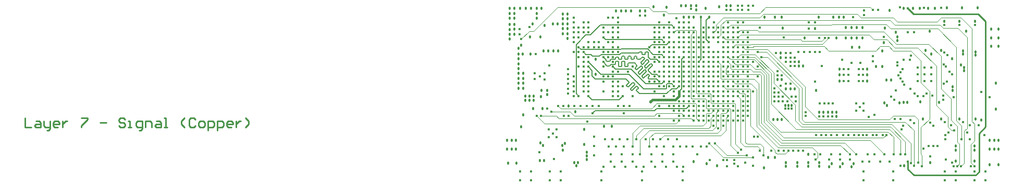
<source format=gbr>
G04 Layer_Physical_Order=7*
G04 Layer_Color=6736896*
%FSLAX24Y24*%
%MOIN*%
%TF.FileFunction,Copper,L7,Inr,Signal*%
%TF.Part,Single*%
G01*
G75*
%TA.AperFunction,Conductor*%
%ADD42C,0.0060*%
%ADD45C,0.0150*%
%ADD51C,0.0100*%
%TA.AperFunction,NonConductor*%
%ADD55C,0.0100*%
%TA.AperFunction,ViaPad*%
%ADD59C,0.0160*%
%ADD60C,0.0180*%
%TA.AperFunction,TestPad*%
%ADD61C,0.0160*%
%TA.AperFunction,ViaPad*%
%ADD62C,0.0170*%
%TA.AperFunction,Conductor*%
%ADD68C,0.0045*%
%ADD69C,0.0040*%
%ADD70C,0.0064*%
D42*
X8819Y8543D02*
X8898Y8622D01*
X7717Y8543D02*
X8819D01*
X7638Y8465D02*
X7717Y8543D01*
X8898Y5945D02*
X10630D01*
X10945Y6260D02*
X11260D01*
X10630Y5945D02*
X10945Y6260D01*
Y6575D02*
X11102Y6417D01*
X10669Y6575D02*
X10945D01*
X10630Y6535D02*
X10669Y6575D01*
X10630Y6299D02*
Y6535D01*
X10591Y6260D02*
X10630Y6299D01*
X9173Y6260D02*
X10591D01*
X11102Y10197D02*
Y10197D01*
X10945Y10354D02*
X11102Y10197D01*
X6378Y10354D02*
X10945D01*
X5748Y9724D02*
X6378Y10354D01*
X5472Y9724D02*
X5748D01*
X4843Y9094D02*
X5472Y9724D01*
X4843Y5945D02*
Y9094D01*
Y5945D02*
X5000Y5787D01*
X10630Y9094D02*
X10787Y9252D01*
X9685Y9094D02*
X10630D01*
X9528Y8937D02*
X9685Y9094D01*
X5630Y5787D02*
X5866Y5551D01*
X7598D01*
X7835Y5787D01*
X9764Y8465D02*
X10315D01*
X9409Y8819D02*
X9764Y8465D01*
X7717Y8819D02*
X9409D01*
X7677Y8780D02*
X7717Y8819D01*
X5157Y8780D02*
X7677D01*
X10315Y9409D02*
X10472Y9252D01*
X6732Y9409D02*
X10315D01*
X6575Y9567D02*
X6732Y9409D01*
X9449Y8307D02*
X9606Y8150D01*
X9449Y8307D02*
Y8583D01*
X9409Y8622D02*
X9449Y8583D01*
X9291Y8622D02*
X9409D01*
X9252Y8583D02*
X9291Y8622D01*
X9252Y8504D02*
Y8583D01*
X9252Y8504D02*
X9252D01*
X9213Y8465D02*
X9252Y8504D01*
X9094Y8465D02*
X9213D01*
X9055Y8504D02*
X9094Y8465D01*
X9055Y8504D02*
Y8583D01*
X9016Y8622D02*
X9055Y8583D01*
X8898Y8622D02*
X9016D01*
X6339Y8346D02*
X6457Y8465D01*
X5906Y8346D02*
X6339D01*
X5787Y8465D02*
X5906Y8346D01*
X5472Y8465D02*
X5787D01*
X10315D02*
X10472Y8307D01*
X10000Y6890D02*
X10157Y6732D01*
X9488Y6890D02*
X10000D01*
X6575Y7992D02*
X6772Y7795D01*
X6417Y7205D02*
X8228D01*
X11260Y6260D02*
X11417Y6417D01*
X5866Y7087D02*
X6063Y6890D01*
X5866Y7087D02*
Y7441D01*
X5630Y7677D02*
X5866Y7441D01*
X10157Y6732D02*
Y6732D01*
X7205Y7677D02*
X7362Y7520D01*
X10315Y6575D02*
X10472Y6732D01*
X5630Y7992D02*
X6417Y7205D01*
X7362Y7520D02*
X8346D01*
X9291Y6575D01*
X10315D01*
X8228Y7205D02*
X9173Y6260D01*
X8740Y7717D02*
Y7756D01*
X8976Y7717D02*
X9016D01*
X9094Y7638D01*
Y7598D02*
Y7638D01*
X8819Y7323D02*
X9094Y7598D01*
X8819Y7283D02*
Y7323D01*
Y7283D02*
X8898Y7205D01*
X8937D01*
X9213Y7480D01*
X9252D01*
X9331Y7402D01*
Y7362D02*
Y7402D01*
X9449Y6929D02*
X9488Y6890D01*
X9055Y7087D02*
X9331Y7362D01*
X9055Y7047D02*
Y7087D01*
Y7047D02*
X9134Y6969D01*
X9173D01*
X9409Y7205D01*
X5000Y8937D02*
X5157Y8780D01*
X5315Y8622D02*
X5472Y8465D01*
X9606Y8150D02*
X10000D01*
X10157Y7992D01*
X7323Y8150D02*
X7362Y8189D01*
Y8268D01*
X7559Y8189D02*
X7598Y8150D01*
X7717D01*
X7756Y8189D01*
Y8307D01*
X7795Y8346D01*
X7913D01*
X7953Y8307D01*
Y8189D02*
Y8307D01*
Y8189D02*
X7992Y8150D01*
X8110D01*
X8150Y8189D01*
Y8307D01*
X8189Y8346D01*
X8307D01*
X8346Y8307D01*
Y8189D02*
Y8307D01*
Y8189D02*
X8386Y8150D01*
X8504D01*
X8543Y8189D01*
Y8307D01*
X8583Y8346D01*
X8701D01*
X8740Y8307D01*
Y8189D02*
Y8307D01*
Y8189D02*
X8780Y8150D01*
X7323Y7835D02*
X7362Y7874D01*
Y7992D01*
X7402Y8031D01*
X7520D01*
X7559Y7992D01*
Y7717D02*
Y7992D01*
X7756Y7717D02*
Y7992D01*
X7795Y8031D01*
X7913D01*
X7953Y7992D01*
Y7717D02*
Y7992D01*
X8976Y7913D02*
Y7953D01*
Y7913D02*
X9055Y7835D01*
X9094D01*
X9370Y8110D01*
X9409D01*
X9488Y8031D01*
Y7992D02*
Y8031D01*
X9213Y7717D02*
X9488Y7992D01*
X9213Y7677D02*
Y7717D01*
Y7677D02*
X9291Y7598D01*
X9331D01*
X9449Y7441D02*
Y7480D01*
X10000Y7205D02*
X10157Y7047D01*
X9606Y7874D02*
Y7874D01*
X9449Y7480D02*
X9724Y7756D01*
X9606Y7874D02*
X9646D01*
X9331Y7598D02*
X9606Y7874D01*
X9646Y7874D02*
X9724Y7795D01*
Y7756D02*
Y7795D01*
X9449Y7441D02*
X9685Y7205D01*
X10000D01*
X8622Y7598D02*
X8740Y7717D01*
X8622Y7559D02*
Y7598D01*
Y7559D02*
X8701Y7480D01*
X8740D01*
X8976Y7717D01*
X8780Y8150D02*
X8937D01*
X9094Y8307D01*
X8976Y7953D02*
X9213Y8189D01*
X8071Y6457D02*
Y6496D01*
Y6457D02*
X8150Y6378D01*
X8189D01*
X8465Y6654D01*
X8504D01*
X8583Y6575D01*
Y6535D02*
Y6575D01*
X8307Y6260D02*
X8583Y6535D01*
X8307Y6220D02*
Y6260D01*
Y6220D02*
X8386Y6142D01*
X8425D01*
X8701Y6417D01*
X8740D01*
X8819Y6339D01*
Y6299D02*
Y6339D01*
X8701Y6181D02*
X8819Y6299D01*
X8701Y6142D02*
Y6181D01*
Y6142D02*
X8701D01*
X8898Y5945D01*
X8071Y6496D02*
X8228Y6654D01*
Y6693D01*
X8031Y6890D02*
X8228Y6693D01*
X8031Y6890D02*
Y6890D01*
X6063D02*
X8031D01*
X7559Y7717D02*
X7598Y7677D01*
X7717D01*
X7756Y7717D01*
X7953D02*
X7992Y7677D01*
X8110D01*
X8150Y7717D01*
X9449Y6929D02*
Y7008D01*
X9528Y7087D01*
X9409Y7205D02*
X9449D01*
X9528Y7126D01*
Y7087D02*
Y7126D01*
X8150Y7717D02*
Y7874D01*
X8189Y7913D01*
X8583D01*
X8740Y7756D01*
X7047Y7835D02*
X7323D01*
X6575Y8307D02*
X6772Y8110D01*
X7008D02*
X7047Y8150D01*
X7323D01*
X6457Y8465D02*
X7638D01*
X7559Y8189D02*
Y8268D01*
X7362D02*
X7402Y8307D01*
X7520D01*
X7559Y8268D01*
X9094Y8307D02*
X9134D01*
X9213Y8228D01*
Y8189D02*
Y8228D01*
X6772Y8071D02*
Y8110D01*
Y8071D02*
X6811Y8031D01*
X6969D01*
X7008Y8071D01*
Y8110D01*
X6772Y7756D02*
Y7795D01*
Y7756D02*
X6811Y7717D01*
X6969D01*
X7008Y7756D01*
Y7795D01*
X7047Y7835D01*
D45*
X11181Y5551D02*
X11417Y5787D01*
Y6102D01*
X9724Y5551D02*
X11181D01*
X9606Y5433D02*
X9724Y5551D01*
D51*
X30551Y11063D02*
X31024Y10591D01*
Y3819D02*
Y10591D01*
X30610Y3406D02*
X31024Y3819D01*
X30394Y709D02*
X30610Y925D01*
Y3406D01*
X26063Y11417D02*
X26417Y11063D01*
X30551D01*
X26457Y709D02*
X30394D01*
X26063Y1102D02*
X26457Y709D01*
X26063Y1102D02*
Y1575D01*
D55*
X-30400Y4400D02*
Y3800D01*
X-30000D01*
X-29700Y4200D02*
X-29500D01*
X-29400Y4100D01*
Y3800D01*
X-29700D01*
X-29800Y3900D01*
X-29700Y4000D01*
X-29400D01*
X-29200Y4200D02*
Y3900D01*
X-29100Y3800D01*
X-28801D01*
Y3700D01*
X-28900Y3600D01*
X-29000D01*
X-28801Y3800D02*
Y4200D01*
X-28301Y3800D02*
X-28501D01*
X-28601Y3900D01*
Y4100D01*
X-28501Y4200D01*
X-28301D01*
X-28201Y4100D01*
Y4000D01*
X-28601D01*
X-28001Y4200D02*
Y3800D01*
Y4000D01*
X-27901Y4100D01*
X-27801Y4200D01*
X-27701D01*
X-26801Y4400D02*
X-26401D01*
Y4300D01*
X-26801Y3900D01*
Y3800D01*
X-25602Y4100D02*
X-25202D01*
X-24002Y4300D02*
X-24102Y4400D01*
X-24302D01*
X-24402Y4300D01*
Y4200D01*
X-24302Y4100D01*
X-24102D01*
X-24002Y4000D01*
Y3900D01*
X-24102Y3800D01*
X-24302D01*
X-24402Y3900D01*
X-23802Y3800D02*
X-23602D01*
X-23702D01*
Y4200D01*
X-23802D01*
X-23102Y3600D02*
X-23002D01*
X-22902Y3700D01*
Y4200D01*
X-23202D01*
X-23302Y4100D01*
Y3900D01*
X-23202Y3800D01*
X-22902D01*
X-22702D02*
Y4200D01*
X-22403D01*
X-22303Y4100D01*
Y3800D01*
X-22003Y4200D02*
X-21803D01*
X-21703Y4100D01*
Y3800D01*
X-22003D01*
X-22103Y3900D01*
X-22003Y4000D01*
X-21703D01*
X-21503Y3800D02*
X-21303D01*
X-21403D01*
Y4400D01*
X-21503D01*
X-20203Y3800D02*
X-20403Y4000D01*
Y4200D01*
X-20203Y4400D01*
X-19504Y4300D02*
X-19603Y4400D01*
X-19803D01*
X-19903Y4300D01*
Y3900D01*
X-19803Y3800D01*
X-19603D01*
X-19504Y3900D01*
X-19204Y3800D02*
X-19004D01*
X-18904Y3900D01*
Y4100D01*
X-19004Y4200D01*
X-19204D01*
X-19304Y4100D01*
Y3900D01*
X-19204Y3800D01*
X-18704Y3600D02*
Y4200D01*
X-18404D01*
X-18304Y4100D01*
Y3900D01*
X-18404Y3800D01*
X-18704D01*
X-18104Y3600D02*
Y4200D01*
X-17804D01*
X-17704Y4100D01*
Y3900D01*
X-17804Y3800D01*
X-18104D01*
X-17204D02*
X-17404D01*
X-17504Y3900D01*
Y4100D01*
X-17404Y4200D01*
X-17204D01*
X-17104Y4100D01*
Y4000D01*
X-17504D01*
X-16904Y4200D02*
Y3800D01*
Y4000D01*
X-16804Y4100D01*
X-16704Y4200D01*
X-16604D01*
X-16305Y3800D02*
X-16105Y4000D01*
Y4200D01*
X-16305Y4400D01*
D59*
X25591Y2047D02*
D03*
X25906D02*
D03*
X25157D02*
D03*
X22913Y3307D02*
D03*
X22638D02*
D03*
X22244D02*
D03*
X21929D02*
D03*
X21535D02*
D03*
X21142D02*
D03*
X20827D02*
D03*
X20512D02*
D03*
X20197D02*
D03*
X21024Y1732D02*
D03*
X17323Y2283D02*
D03*
X17795D02*
D03*
X18110D02*
D03*
X18425D02*
D03*
X18740D02*
D03*
X19055D02*
D03*
X19370D02*
D03*
X20079Y2047D02*
D03*
X20157Y1732D02*
D03*
X20472Y2047D02*
D03*
X21142D02*
D03*
X21732Y1732D02*
D03*
X22362Y2047D02*
D03*
Y1732D02*
D03*
X21732Y2047D02*
D03*
X22756D02*
D03*
X23504D02*
D03*
X23583Y1575D02*
D03*
X23150D02*
D03*
X24291D02*
D03*
X24567Y2047D02*
D03*
X23937D02*
D03*
X24882Y1575D02*
D03*
X16811Y2008D02*
D03*
X16575Y2283D02*
D03*
X15748Y2008D02*
D03*
X16142Y1850D02*
D03*
X13189Y2559D02*
D03*
X13346Y2756D02*
D03*
X12598Y2047D02*
D03*
X12835Y2559D02*
D03*
X11496D02*
D03*
X11693Y1260D02*
D03*
X11890Y2559D02*
D03*
X12283D02*
D03*
X11299Y3031D02*
D03*
X11063Y2047D02*
D03*
Y2559D02*
D03*
X10354Y2047D02*
D03*
X9646D02*
D03*
X8937D02*
D03*
X8701Y3031D02*
D03*
X8465Y2559D02*
D03*
Y2047D02*
D03*
X7756D02*
D03*
X7047D02*
D03*
X10472Y2559D02*
D03*
X10000D02*
D03*
X9528D02*
D03*
X7874D02*
D03*
X7402D02*
D03*
X6929D02*
D03*
X30748Y6063D02*
D03*
X30591Y3937D02*
D03*
X30945Y3307D02*
D03*
X22559Y10866D02*
D03*
X23031Y7913D02*
D03*
X21870Y8110D02*
D03*
X22441Y7913D02*
D03*
X12047Y10512D02*
D03*
X11732D02*
D03*
Y9882D02*
D03*
X11417Y9252D02*
D03*
X23268Y11299D02*
D03*
Y10984D02*
D03*
X12362Y10197D02*
D03*
X11417Y10512D02*
D03*
X23819Y8031D02*
D03*
Y8346D02*
D03*
X24173Y11339D02*
D03*
X26063Y9882D02*
D03*
X26457D02*
D03*
Y4055D02*
D03*
X26220Y4252D02*
D03*
X27677Y3898D02*
D03*
X27480Y4094D02*
D03*
X29606Y4134D02*
D03*
X28819Y3937D02*
D03*
X28425Y4134D02*
D03*
X30039Y3937D02*
D03*
X25591Y4331D02*
D03*
X15197Y2165D02*
D03*
X11417Y4213D02*
D03*
X24528Y9606D02*
D03*
X16220Y3189D02*
D03*
X16457D02*
D03*
X14961Y1457D02*
D03*
X27953Y2598D02*
D03*
X27402D02*
D03*
X27677D02*
D03*
X23819Y3307D02*
D03*
X23425D02*
D03*
X23189D02*
D03*
X24449D02*
D03*
X24055D02*
D03*
X24685D02*
D03*
X9843Y9882D02*
D03*
X11732Y5787D02*
D03*
X19528Y4764D02*
D03*
Y4528D02*
D03*
X11102Y9252D02*
D03*
X26063Y11417D02*
D03*
X19409Y8622D02*
D03*
X19803D02*
D03*
X20118D02*
D03*
X20433D02*
D03*
X19055D02*
D03*
X25669Y3661D02*
D03*
X28661Y3465D02*
D03*
X16457Y8622D02*
D03*
X15512Y8937D02*
D03*
X15827D02*
D03*
X14567Y8307D02*
D03*
X14882Y7992D02*
D03*
X14567D02*
D03*
X14882Y8307D02*
D03*
Y7677D02*
D03*
X15197Y8307D02*
D03*
X15512D02*
D03*
X15827D02*
D03*
X15197Y7677D02*
D03*
X16457D02*
D03*
X16142Y7992D02*
D03*
X16457Y7047D02*
D03*
X14252Y7992D02*
D03*
X15827Y7677D02*
D03*
Y7992D02*
D03*
X15512Y7677D02*
D03*
X13937Y8622D02*
D03*
X14567Y7677D02*
D03*
X15197Y7362D02*
D03*
X13937Y7992D02*
D03*
X14252Y7677D02*
D03*
X15827Y7047D02*
D03*
X14882Y7362D02*
D03*
Y7047D02*
D03*
X27047Y2441D02*
D03*
X15827Y8622D02*
D03*
X14882D02*
D03*
X15197D02*
D03*
X14567D02*
D03*
X15197Y9252D02*
D03*
X15512D02*
D03*
Y8622D02*
D03*
X26457Y1339D02*
D03*
X26732Y1535D02*
D03*
X26969Y1299D02*
D03*
X28465Y3031D02*
D03*
Y3307D02*
D03*
X28504Y1732D02*
D03*
X31299Y5709D02*
D03*
X11732Y9567D02*
D03*
X12047Y8937D02*
D03*
X12677Y9567D02*
D03*
Y9252D02*
D03*
X29843Y3465D02*
D03*
X29488Y3031D02*
D03*
X29016Y3583D02*
D03*
X13937Y9567D02*
D03*
Y10197D02*
D03*
X14252D02*
D03*
X14567Y10512D02*
D03*
X30039Y3031D02*
D03*
X20748Y9528D02*
D03*
X15197Y9882D02*
D03*
Y9567D02*
D03*
X14567Y10197D02*
D03*
X13622Y9882D02*
D03*
Y10197D02*
D03*
X14252Y9567D02*
D03*
X14882Y8937D02*
D03*
X15197D02*
D03*
X15827Y9882D02*
D03*
X18110Y9567D02*
D03*
X14882D02*
D03*
X20394Y9528D02*
D03*
X14567Y9567D02*
D03*
X13937Y9882D02*
D03*
X12047D02*
D03*
X13740Y2756D02*
D03*
X14488Y1693D02*
D03*
Y1299D02*
D03*
X14252Y1693D02*
D03*
X13386D02*
D03*
X15827Y5157D02*
D03*
X15512D02*
D03*
X15827Y6102D02*
D03*
Y6417D02*
D03*
X15512Y6102D02*
D03*
X15197Y6417D02*
D03*
X14567Y5157D02*
D03*
X15512Y4213D02*
D03*
X15197D02*
D03*
X15512Y4843D02*
D03*
Y4528D02*
D03*
X15197D02*
D03*
Y4843D02*
D03*
X14567Y4528D02*
D03*
Y4843D02*
D03*
X14882Y5787D02*
D03*
X14252Y4843D02*
D03*
Y4528D02*
D03*
X13937Y3740D02*
D03*
X13622Y5157D02*
D03*
Y3898D02*
D03*
Y4213D02*
D03*
X12992Y4843D02*
D03*
X12992Y5157D02*
D03*
Y4213D02*
D03*
X13307Y4528D02*
D03*
X12992D02*
D03*
X12362D02*
D03*
X12047D02*
D03*
X12677Y5472D02*
D03*
X11417Y4843D02*
D03*
Y4528D02*
D03*
X12362Y5157D02*
D03*
X8110Y3031D02*
D03*
X7638D02*
D03*
X7165D02*
D03*
X6693D02*
D03*
X14252Y5472D02*
D03*
X13937Y5787D02*
D03*
Y4843D02*
D03*
X13622D02*
D03*
Y5472D02*
D03*
X16575Y10197D02*
D03*
X25276Y6142D02*
D03*
X14567Y8937D02*
D03*
X19724Y10118D02*
D03*
X20118Y10512D02*
D03*
X19724D02*
D03*
X14252Y6102D02*
D03*
X13622Y4528D02*
D03*
Y5787D02*
D03*
X13307D02*
D03*
X12677D02*
D03*
X11417Y5472D02*
D03*
X11102Y5157D02*
D03*
X9173Y1260D02*
D03*
X9882D02*
D03*
X9646Y1575D02*
D03*
X10354D02*
D03*
X10591Y1260D02*
D03*
X11063Y1575D02*
D03*
X11299Y1260D02*
D03*
X8701D02*
D03*
X8465Y1575D02*
D03*
X7992Y1260D02*
D03*
X7756Y1575D02*
D03*
X7047D02*
D03*
X7283Y1260D02*
D03*
X6575D02*
D03*
X10787Y5157D02*
D03*
X10157Y4528D02*
D03*
X11102Y4213D02*
D03*
X11417Y5157D02*
D03*
X13307Y6417D02*
D03*
X15197Y10512D02*
D03*
X13307Y10197D02*
D03*
X10157Y5157D02*
D03*
X4331Y7520D02*
D03*
Y7205D02*
D03*
Y6890D02*
D03*
Y6575D02*
D03*
Y6260D02*
D03*
Y5945D02*
D03*
X11102Y10197D02*
D03*
X6575Y9567D02*
D03*
X5315Y6732D02*
D03*
X10787Y7362D02*
D03*
Y7047D02*
D03*
X10472D02*
D03*
X10157Y6417D02*
D03*
X10787Y7677D02*
D03*
X11102Y6732D02*
D03*
X8465Y7677D02*
D03*
X5315Y6102D02*
D03*
X10787Y7992D02*
D03*
X10157Y7362D02*
D03*
X9843Y7047D02*
D03*
X5315Y6417D02*
D03*
X11102Y7362D02*
D03*
X5315Y7047D02*
D03*
X11417Y6417D02*
D03*
X8465Y5787D02*
D03*
X10472D02*
D03*
X11102D02*
D03*
X9843Y6732D02*
D03*
X10157D02*
D03*
X13307Y5472D02*
D03*
X15512Y6732D02*
D03*
X12047Y8307D02*
D03*
X12362Y8937D02*
D03*
X11732D02*
D03*
X15669Y1535D02*
D03*
X16142Y1339D02*
D03*
X15197Y1299D02*
D03*
X12992Y8937D02*
D03*
X12677Y6417D02*
D03*
X12362D02*
D03*
X12677Y6102D02*
D03*
X12047Y6417D02*
D03*
X12362Y7677D02*
D03*
X12677Y7362D02*
D03*
X11732Y6417D02*
D03*
X5000Y9882D02*
D03*
Y9567D02*
D03*
X7205Y9252D02*
D03*
X7520Y8937D02*
D03*
Y8622D02*
D03*
X10472Y6732D02*
D03*
X11102Y7047D02*
D03*
X10157D02*
D03*
X10787Y9252D02*
D03*
X7835Y5787D02*
D03*
X11102Y6417D02*
D03*
X5315Y7362D02*
D03*
X5000Y7677D02*
D03*
X9528Y6732D02*
D03*
X11102Y6102D02*
D03*
X10787Y6732D02*
D03*
X8150Y7362D02*
D03*
X10787Y8307D02*
D03*
Y8937D02*
D03*
X11417Y8307D02*
D03*
Y7992D02*
D03*
Y7677D02*
D03*
X7205Y8937D02*
D03*
X10787Y8622D02*
D03*
X5315Y8937D02*
D03*
X5630D02*
D03*
X10157Y8307D02*
D03*
X10472D02*
D03*
Y7992D02*
D03*
X10157D02*
D03*
X5000Y8937D02*
D03*
X5630Y8307D02*
D03*
X9843Y7992D02*
D03*
Y8307D02*
D03*
X6575Y8622D02*
D03*
X5630Y9252D02*
D03*
X10157D02*
D03*
X5315Y8622D02*
D03*
X6890Y9252D02*
D03*
X9843Y8937D02*
D03*
X9528D02*
D03*
X6575D02*
D03*
X10157Y8937D02*
D03*
X10472Y8937D02*
D03*
X11102D02*
D03*
X6890Y8307D02*
D03*
X5630Y9882D02*
D03*
X9843Y10197D02*
D03*
X10157Y9882D02*
D03*
Y9567D02*
D03*
X10472Y9252D02*
D03*
X6890Y10827D02*
D03*
X10787Y10197D02*
D03*
X5630Y10512D02*
D03*
X10157D02*
D03*
X6575Y10197D02*
D03*
Y9882D02*
D03*
X6890D02*
D03*
X5630Y10197D02*
D03*
X9843Y9567D02*
D03*
X5315Y10512D02*
D03*
X10787D02*
D03*
X5315Y9882D02*
D03*
X9843Y9252D02*
D03*
X7205Y10197D02*
D03*
X7835Y6417D02*
D03*
X9843Y7362D02*
D03*
X4055Y4528D02*
D03*
X4370D02*
D03*
X2992Y5000D02*
D03*
X5551Y4173D02*
D03*
X12362Y5472D02*
D03*
X11732Y5157D02*
D03*
Y4843D02*
D03*
X12677Y5157D02*
D03*
X2598Y4528D02*
D03*
X2323D02*
D03*
X12362Y4213D02*
D03*
X12677D02*
D03*
X11732Y4528D02*
D03*
X11102Y4843D02*
D03*
X7874Y4685D02*
D03*
X12047Y5157D02*
D03*
X5906Y4685D02*
D03*
X3701Y5157D02*
D03*
X11732Y9252D02*
D03*
X11260Y10787D02*
D03*
X1339Y9449D02*
D03*
X15197Y10197D02*
D03*
X15512Y9882D02*
D03*
X12992Y9567D02*
D03*
X25709Y7520D02*
D03*
X25591Y7323D02*
D03*
X25709Y6732D02*
D03*
X25827Y6535D02*
D03*
X25591Y6929D02*
D03*
X26220Y6260D02*
D03*
X14252Y9252D02*
D03*
Y8937D02*
D03*
X27244Y5945D02*
D03*
X27047Y5787D02*
D03*
X26693D02*
D03*
X26496Y5945D02*
D03*
X13937Y9252D02*
D03*
X12362Y9882D02*
D03*
X11102D02*
D03*
X12992Y9252D02*
D03*
X14882Y10197D02*
D03*
X15512Y10512D02*
D03*
X25472Y7126D02*
D03*
X14882Y9882D02*
D03*
X9291Y3031D02*
D03*
X9764D02*
D03*
X10236D02*
D03*
X10709D02*
D03*
X13307Y4213D02*
D03*
X14252D02*
D03*
X28346Y6575D02*
D03*
X28543Y6732D02*
D03*
X28346Y7835D02*
D03*
X14252Y5787D02*
D03*
X14567Y5472D02*
D03*
X14882D02*
D03*
X13937Y4213D02*
D03*
Y4528D02*
D03*
X14252Y5157D02*
D03*
X14567Y4213D02*
D03*
X14882D02*
D03*
X14252Y3898D02*
D03*
X26260Y8386D02*
D03*
X26181Y8110D02*
D03*
X25787D02*
D03*
X27638Y5827D02*
D03*
X28307Y5551D02*
D03*
Y5827D02*
D03*
X28976Y5709D02*
D03*
X11417Y10197D02*
D03*
X12992Y9882D02*
D03*
X13307Y9567D02*
D03*
X30354Y10344D02*
D03*
X29370D02*
D03*
X28386D02*
D03*
Y8583D02*
D03*
X28583Y8425D02*
D03*
X28502Y7679D02*
D03*
X28740Y7362D02*
D03*
X28896Y7207D02*
D03*
X12992Y10197D02*
D03*
X30315Y1299D02*
D03*
X30079D02*
D03*
X12677Y8937D02*
D03*
X28898Y1535D02*
D03*
X29449Y1299D02*
D03*
X29213D02*
D03*
X28976D02*
D03*
X25591Y1339D02*
D03*
X26063Y1575D02*
D03*
X15827Y5472D02*
D03*
X15197Y5787D02*
D03*
Y6102D02*
D03*
X14567Y5787D02*
D03*
X15512Y6417D02*
D03*
X14252D02*
D03*
X14567D02*
D03*
X14882D02*
D03*
X15827Y5787D02*
D03*
X16142Y6102D02*
D03*
X14567Y6732D02*
D03*
X14882D02*
D03*
X14252D02*
D03*
Y7047D02*
D03*
X15197Y6732D02*
D03*
Y7047D02*
D03*
X15827Y6732D02*
D03*
X13937Y7047D02*
D03*
X14252Y7362D02*
D03*
Y8622D02*
D03*
X26260Y1496D02*
D03*
X25748Y3898D02*
D03*
X16693Y8307D02*
D03*
X25236Y4331D02*
D03*
X20984Y9528D02*
D03*
X20118Y6732D02*
D03*
X23937Y4606D02*
D03*
X13307Y6732D02*
D03*
X11417D02*
D03*
Y7362D02*
D03*
Y7047D02*
D03*
X13622Y9567D02*
D03*
X12992Y7992D02*
D03*
X12677Y7677D02*
D03*
X13622Y7992D02*
D03*
X12992Y7677D02*
D03*
X13307Y7992D02*
D03*
Y7677D02*
D03*
Y7362D02*
D03*
X12992Y7047D02*
D03*
X12047D02*
D03*
X12362D02*
D03*
X12677D02*
D03*
X12992Y7362D02*
D03*
X12362Y7992D02*
D03*
X13661Y10512D02*
D03*
X15394Y2362D02*
D03*
X27480Y1929D02*
D03*
X11417Y8937D02*
D03*
X14961Y1693D02*
D03*
X3268Y4803D02*
D03*
X20551Y7717D02*
D03*
D60*
X21024Y1260D02*
D03*
X17992Y10866D02*
D03*
X23150Y10197D02*
D03*
X22795D02*
D03*
X22441D02*
D03*
X22087D02*
D03*
X23150Y9528D02*
D03*
X22795D02*
D03*
X22441D02*
D03*
X22087D02*
D03*
X22953Y8937D02*
D03*
X22480D02*
D03*
X21299Y10866D02*
D03*
X21654D02*
D03*
X21969D02*
D03*
X24409Y8701D02*
D03*
Y7677D02*
D03*
X24016D02*
D03*
X20354Y10866D02*
D03*
X29803Y9961D02*
D03*
X27441D02*
D03*
X27205Y8740D02*
D03*
X30394Y4331D02*
D03*
X29370D02*
D03*
X28189D02*
D03*
X27008D02*
D03*
X30748Y4252D02*
D03*
X26870Y5413D02*
D03*
X28071Y5394D02*
D03*
X25787D02*
D03*
X26024D02*
D03*
X19685Y1535D02*
D03*
X20394Y1299D02*
D03*
X19685D02*
D03*
X18976D02*
D03*
X18268D02*
D03*
X16850Y1181D02*
D03*
X11563Y11575D02*
D03*
X24882Y11299D02*
D03*
X14449Y11575D02*
D03*
X14724D02*
D03*
X11850D02*
D03*
X12520D02*
D03*
Y11339D02*
D03*
X29370Y10600D02*
D03*
X29587Y8701D02*
D03*
X29646Y7441D02*
D03*
X30394Y8628D02*
D03*
X17717Y4291D02*
D03*
X17441D02*
D03*
X2598Y5748D02*
D03*
X2126Y5512D02*
D03*
Y5787D02*
D03*
X1575D02*
D03*
Y5512D02*
D03*
X1850D02*
D03*
X31378Y9528D02*
D03*
Y8976D02*
D03*
Y10079D02*
D03*
X31850Y9528D02*
D03*
Y8976D02*
D03*
Y10079D02*
D03*
Y2953D02*
D03*
Y1378D02*
D03*
Y2402D02*
D03*
X31575D02*
D03*
X31299Y2953D02*
D03*
X31575D02*
D03*
X31299Y1378D02*
D03*
Y2402D02*
D03*
X433D02*
D03*
Y2953D02*
D03*
X474Y1500D02*
D03*
X984Y2953D02*
D03*
X709Y2402D02*
D03*
X984D02*
D03*
X709Y2953D02*
D03*
X1026Y1500D02*
D03*
X20197Y6142D02*
D03*
X18819Y6260D02*
D03*
X18543D02*
D03*
X18268D02*
D03*
X17717Y6850D02*
D03*
X17992D02*
D03*
X17913Y8268D02*
D03*
Y8543D02*
D03*
X18622Y5197D02*
D03*
X18425D02*
D03*
X18228D02*
D03*
X23465Y7165D02*
D03*
Y6772D02*
D03*
Y7520D02*
D03*
X21693D02*
D03*
Y7165D02*
D03*
Y6772D02*
D03*
X24606Y10157D02*
D03*
X16890Y10866D02*
D03*
X1457Y7244D02*
D03*
Y6929D02*
D03*
Y6614D02*
D03*
Y6299D02*
D03*
X1142D02*
D03*
Y6614D02*
D03*
Y6929D02*
D03*
Y7244D02*
D03*
Y7559D02*
D03*
Y7874D02*
D03*
Y8189D02*
D03*
Y8504D02*
D03*
X3386Y8701D02*
D03*
X3071D02*
D03*
X1417Y8504D02*
D03*
X591Y10787D02*
D03*
Y11102D02*
D03*
Y11417D02*
D03*
Y9449D02*
D03*
Y9764D02*
D03*
Y10065D02*
D03*
Y10394D02*
D03*
X2047Y10433D02*
D03*
X1260Y11417D02*
D03*
X1614D02*
D03*
X1969D02*
D03*
X2638D02*
D03*
X2323D02*
D03*
Y11102D02*
D03*
Y10787D02*
D03*
X906Y11417D02*
D03*
Y11102D02*
D03*
Y10787D02*
D03*
X4291Y9488D02*
D03*
X3976Y11063D02*
D03*
X9252Y11260D02*
D03*
X21496Y4488D02*
D03*
Y4764D02*
D03*
X21220D02*
D03*
X20394Y1535D02*
D03*
X18976D02*
D03*
X18268D02*
D03*
X19685Y2047D02*
D03*
X17559Y1850D02*
D03*
X17126D02*
D03*
X25827Y1339D02*
D03*
X27480Y1535D02*
D03*
X25512Y5354D02*
D03*
X25787Y11417D02*
D03*
X26378D02*
D03*
X27362D02*
D03*
X30354Y10600D02*
D03*
X19449Y9528D02*
D03*
X25394Y9606D02*
D03*
Y9370D02*
D03*
X29449Y7795D02*
D03*
X13110Y11417D02*
D03*
X13858Y1339D02*
D03*
X13189Y1457D02*
D03*
X12362Y1575D02*
D03*
X20118Y10118D02*
D03*
X6614Y3858D02*
D03*
X7126D02*
D03*
X5354Y2677D02*
D03*
X1339Y3819D02*
D03*
X2520Y1654D02*
D03*
X2795D02*
D03*
X1929Y8504D02*
D03*
X1850Y5787D02*
D03*
X2638Y6142D02*
D03*
X9606Y5433D02*
D03*
X6102Y7205D02*
D03*
X4843Y1339D02*
D03*
X4961Y1535D02*
D03*
X4724D02*
D03*
X5512Y1732D02*
D03*
Y1969D02*
D03*
Y2205D02*
D03*
X2717Y2638D02*
D03*
X2559Y2795D02*
D03*
X4118Y2772D02*
D03*
X3971Y2632D02*
D03*
X3976Y2323D02*
D03*
X2992Y6142D02*
D03*
Y5906D02*
D03*
X6102Y8150D02*
D03*
X5354Y3661D02*
D03*
X4803Y4803D02*
D03*
X2677Y5000D02*
D03*
X2087D02*
D03*
X1457Y4606D02*
D03*
X4370Y5157D02*
D03*
X9803Y11535D02*
D03*
X10630Y11496D02*
D03*
X2756Y8701D02*
D03*
X1339Y9055D02*
D03*
X2559Y9606D02*
D03*
X906Y10394D02*
D03*
Y10079D02*
D03*
Y9764D02*
D03*
X1890Y9606D02*
D03*
X1142Y8858D02*
D03*
X3346Y10433D02*
D03*
X3661D02*
D03*
X3976D02*
D03*
Y10748D02*
D03*
Y10118D02*
D03*
X2835Y10315D02*
D03*
X12047Y10866D02*
D03*
X12362D02*
D03*
X11732D02*
D03*
X12835D02*
D03*
X13982Y11530D02*
D03*
X27559Y8504D02*
D03*
X28189Y8740D02*
D03*
X28898Y8189D02*
D03*
X29587Y8504D02*
D03*
X29646Y7638D02*
D03*
X28937Y6378D02*
D03*
Y6142D02*
D03*
X30394Y8425D02*
D03*
X24528Y9213D02*
D03*
X25276Y9882D02*
D03*
X28543Y11457D02*
D03*
X29528D02*
D03*
X30512D02*
D03*
X28386Y10600D02*
D03*
X27795Y11417D02*
D03*
X17559Y10866D02*
D03*
X26811Y11417D02*
D03*
X30325Y1614D02*
D03*
X30315Y2323D02*
D03*
X29134Y2598D02*
D03*
X30315D02*
D03*
X29134Y2323D02*
D03*
X29124Y1614D02*
D03*
X22441Y1260D02*
D03*
X21732D02*
D03*
X21890Y1457D02*
D03*
X22598D02*
D03*
X21181D02*
D03*
X21496Y9528D02*
D03*
X24567Y5354D02*
D03*
X20945Y4764D02*
D03*
X20669D02*
D03*
X20394D02*
D03*
X8346Y11260D02*
D03*
X8031D02*
D03*
X7717D02*
D03*
X7402D02*
D03*
X3976Y9803D02*
D03*
X4291D02*
D03*
Y10118D02*
D03*
Y10433D02*
D03*
Y10748D02*
D03*
Y11063D02*
D03*
X8937Y11260D02*
D03*
X13346Y10866D02*
D03*
X18071Y10157D02*
D03*
X25000Y6811D02*
D03*
X24685D02*
D03*
X24724Y5197D02*
D03*
X3701Y8701D02*
D03*
X10472Y10984D02*
D03*
X19094Y7992D02*
D03*
Y7717D02*
D03*
X19370D02*
D03*
X17992Y4291D02*
D03*
X12205Y11575D02*
D03*
X31693Y4961D02*
D03*
Y6614D02*
D03*
D61*
X23819Y11339D02*
D03*
X23543Y4449D02*
D03*
D62*
X31024Y394D02*
D03*
X30315D02*
D03*
X29134D02*
D03*
X28425D02*
D03*
X25118D02*
D03*
X23228D02*
D03*
X1260D02*
D03*
X1969D02*
D03*
X3150D02*
D03*
X3858D02*
D03*
X6457D02*
D03*
X9055D02*
D03*
X11654D02*
D03*
X16142Y11575D02*
D03*
X15197D02*
D03*
X15472D02*
D03*
Y11339D02*
D03*
X15197D02*
D03*
X14724D02*
D03*
X14449D02*
D03*
X15866Y11575D02*
D03*
Y11339D02*
D03*
X9843Y6102D02*
D03*
X25197Y5551D02*
D03*
X25000Y5748D02*
D03*
X28189Y11457D02*
D03*
X27087D02*
D03*
X25551Y11496D02*
D03*
X5906Y5157D02*
D03*
X5512D02*
D03*
X5118D02*
D03*
X4724D02*
D03*
X8268D02*
D03*
X7874D02*
D03*
X7520D02*
D03*
X26693Y7638D02*
D03*
Y7205D02*
D03*
Y6772D02*
D03*
X27126D02*
D03*
Y7638D02*
D03*
X27559D02*
D03*
Y7205D02*
D03*
Y6772D02*
D03*
X27126Y7205D02*
D03*
X22992Y5079D02*
D03*
X22756Y5315D02*
D03*
Y4843D02*
D03*
X23228D02*
D03*
Y5315D02*
D03*
X2205Y6890D02*
D03*
Y7244D02*
D03*
X2835Y6850D02*
D03*
Y7244D02*
D03*
X2520Y7047D02*
D03*
X5984Y2008D02*
D03*
Y2598D02*
D03*
Y3189D02*
D03*
Y9252D02*
D03*
X6299D02*
D03*
X21220Y4488D02*
D03*
X20945D02*
D03*
X20669D02*
D03*
X20394D02*
D03*
X11732Y6102D02*
D03*
X11417D02*
D03*
X11102Y8628D02*
D03*
X18543Y6575D02*
D03*
X17717Y7402D02*
D03*
X17992Y7126D02*
D03*
X17717D02*
D03*
X18268Y6575D02*
D03*
X17638Y8543D02*
D03*
X17913Y6457D02*
D03*
X18622Y5000D02*
D03*
X18425D02*
D03*
X18228D02*
D03*
X18898Y5472D02*
D03*
Y5748D02*
D03*
X18622D02*
D03*
X18346Y5472D02*
D03*
X18071Y5748D02*
D03*
Y5472D02*
D03*
X17795D02*
D03*
Y5748D02*
D03*
Y6024D02*
D03*
X17520Y5472D02*
D03*
Y5748D02*
D03*
Y6024D02*
D03*
Y6299D02*
D03*
X23189Y6772D02*
D03*
X22913D02*
D03*
Y7520D02*
D03*
X23189D02*
D03*
Y7165D02*
D03*
X22913D02*
D03*
X22244Y7520D02*
D03*
X21969D02*
D03*
Y6772D02*
D03*
X22244Y7165D02*
D03*
X21969D02*
D03*
X22244Y6772D02*
D03*
X2480Y2205D02*
D03*
X1220Y9764D02*
D03*
Y10079D02*
D03*
X1850Y10236D02*
D03*
X8937Y10945D02*
D03*
X9252D02*
D03*
X12205Y11378D02*
D03*
X21260Y5315D02*
D03*
X20433D02*
D03*
X20709D02*
D03*
X20984D02*
D03*
X15512Y7362D02*
D03*
X23228Y945D02*
D03*
X25118D02*
D03*
X14567Y6102D02*
D03*
X14882D02*
D03*
X12992D02*
D03*
X11654Y945D02*
D03*
X9055D02*
D03*
X6457D02*
D03*
X3150D02*
D03*
X1969D02*
D03*
X1260D02*
D03*
X3110Y7756D02*
D03*
X5984Y8937D02*
D03*
X5000Y5787D02*
D03*
X6299Y8937D02*
D03*
X5630Y6417D02*
D03*
X6575Y7677D02*
D03*
X5630Y6732D02*
D03*
X6575D02*
D03*
Y7047D02*
D03*
X6890Y7047D02*
D03*
X5630Y7677D02*
D03*
X7205Y5787D02*
D03*
Y6102D02*
D03*
X5315Y7677D02*
D03*
Y7992D02*
D03*
X7520Y7362D02*
D03*
X7205D02*
D03*
X10472Y7677D02*
D03*
Y7362D02*
D03*
X6575Y7992D02*
D03*
Y8307D02*
D03*
X10472Y6417D02*
D03*
X11417Y9567D02*
D03*
Y9882D02*
D03*
X12047Y7362D02*
D03*
X11732D02*
D03*
X12992Y5787D02*
D03*
Y5472D02*
D03*
X12362Y5787D02*
D03*
X14567Y7047D02*
D03*
X12992Y6417D02*
D03*
X13307Y7047D02*
D03*
X13937Y6102D02*
D03*
Y6732D02*
D03*
X13622Y6417D02*
D03*
X13937Y7362D02*
D03*
X13622Y7677D02*
D03*
X10472Y9567D02*
D03*
Y10197D02*
D03*
X12677Y4528D02*
D03*
X13307Y5157D02*
D03*
X13937D02*
D03*
X14882Y4843D02*
D03*
X15512Y5787D02*
D03*
X15827Y7362D02*
D03*
X15197Y7992D02*
D03*
X15827Y4528D02*
D03*
Y9567D02*
D03*
X14567Y9252D02*
D03*
Y9882D02*
D03*
X14252Y8307D02*
D03*
X13622D02*
D03*
X13307Y8622D02*
D03*
X12047Y7677D02*
D03*
X12362Y8307D02*
D03*
Y8622D02*
D03*
X12992Y8307D02*
D03*
X11732D02*
D03*
Y7047D02*
D03*
X12047Y9252D02*
D03*
Y9567D02*
D03*
X11732Y10197D02*
D03*
X10787Y6417D02*
D03*
X12362Y4843D02*
D03*
X14567Y7362D02*
D03*
X12992Y6732D02*
D03*
X13937Y6417D02*
D03*
X13622Y6102D02*
D03*
Y6732D02*
D03*
Y7047D02*
D03*
Y7362D02*
D03*
X13937Y7677D02*
D03*
X3425Y1772D02*
D03*
X3858Y945D02*
D03*
X3350Y3400D02*
D03*
X10472Y8622D02*
D03*
X10787Y9567D02*
D03*
X10157Y10197D02*
D03*
X12677Y4843D02*
D03*
X13307D02*
D03*
X13937Y5472D02*
D03*
X14882Y5157D02*
D03*
X15512Y7992D02*
D03*
X15827Y4843D02*
D03*
Y9252D02*
D03*
X14882D02*
D03*
X14252Y9882D02*
D03*
X13937Y8307D02*
D03*
X13622Y8622D02*
D03*
X13307Y8937D02*
D03*
X12047Y8622D02*
D03*
X12992D02*
D03*
X12677Y8307D02*
D03*
X11732Y8622D02*
D03*
X12362Y9567D02*
D03*
Y9252D02*
D03*
X12047Y10197D02*
D03*
Y5472D02*
D03*
X12677Y6732D02*
D03*
X12362D02*
D03*
X12047D02*
D03*
Y4843D02*
D03*
X11732Y5472D02*
D03*
X12362Y7362D02*
D03*
X11732Y6732D02*
D03*
X11102Y7992D02*
D03*
X11732Y7992D02*
D03*
X12047D02*
D03*
X12362Y6102D02*
D03*
X12047D02*
D03*
Y5787D02*
D03*
X11102Y7677D02*
D03*
X11732Y7677D02*
D03*
X5000Y8307D02*
D03*
X5315D02*
D03*
X4685Y10827D02*
D03*
Y10512D02*
D03*
Y10197D02*
D03*
Y9882D02*
D03*
X5315Y10197D02*
D03*
X5000D02*
D03*
X4685Y9567D02*
D03*
Y9252D02*
D03*
Y8622D02*
D03*
X5000D02*
D03*
X4685Y7047D02*
D03*
Y6732D02*
D03*
Y6417D02*
D03*
Y6102D02*
D03*
Y5787D02*
D03*
X7205Y10827D02*
D03*
X7520D02*
D03*
Y10512D02*
D03*
Y10197D02*
D03*
Y9882D02*
D03*
Y9567D02*
D03*
X7205Y9882D02*
D03*
Y9567D02*
D03*
X6890Y8622D02*
D03*
X7205D02*
D03*
Y8307D02*
D03*
Y7992D02*
D03*
X7520Y6732D02*
D03*
Y6417D02*
D03*
Y6102D02*
D03*
Y5787D02*
D03*
X7205Y7677D02*
D03*
X5630Y7362D02*
D03*
Y5787D02*
D03*
Y7992D02*
D03*
X7205Y6732D02*
D03*
Y6417D02*
D03*
X5630Y6102D02*
D03*
X6575D02*
D03*
X5630Y7047D02*
D03*
X11102Y8307D02*
D03*
X10157Y8622D02*
D03*
X10787Y9882D02*
D03*
X7205Y7047D02*
D03*
X4016Y5157D02*
D03*
X6299D02*
D03*
X2244Y8504D02*
D03*
X12677Y7992D02*
D03*
X13307Y8307D02*
D03*
Y9252D02*
D03*
X25394Y7953D02*
D03*
Y7756D02*
D03*
X31024Y945D02*
D03*
X30315D02*
D03*
X29134D02*
D03*
X28425D02*
D03*
X15512Y5472D02*
D03*
X13307Y6102D02*
D03*
X18268Y8543D02*
D03*
X18543D02*
D03*
X18268Y8268D02*
D03*
X18543D02*
D03*
X18819D02*
D03*
Y7992D02*
D03*
X18543D02*
D03*
X18268D02*
D03*
X18543Y7717D02*
D03*
X18819D02*
D03*
X3600Y3150D02*
D03*
Y3650D02*
D03*
X3100D02*
D03*
Y3150D02*
D03*
X3600Y3150D02*
D03*
Y3650D02*
D03*
X3100D02*
D03*
Y3150D02*
D03*
D68*
X25906Y2047D02*
Y2874D01*
X24961Y3819D02*
X25906Y2874D01*
X19252Y3819D02*
X24961D01*
X25157Y2047D02*
Y3150D01*
X24803Y3504D02*
X25157Y3150D01*
X17913Y3504D02*
X24803D01*
X25591Y2047D02*
Y2953D01*
X24882Y3661D02*
X25591Y2953D01*
X18937Y3661D02*
X24882D01*
X26260Y1496D02*
Y2756D01*
X25039Y3976D02*
X26260Y2756D01*
X19331Y3976D02*
X25039D01*
X26457Y1339D02*
Y3583D01*
X25906Y4134D02*
X26457Y3583D01*
X26732Y1535D02*
Y4291D01*
X26496Y4528D02*
X26732Y4291D01*
X25118Y4528D02*
X26496D01*
X24882Y4291D02*
X25118Y4528D01*
X20315Y4291D02*
X24882D01*
X18858Y4213D02*
X19252Y3819D01*
X17323Y5276D02*
X18937Y3661D01*
X17165Y4252D02*
X17913Y3504D01*
X23661Y2953D02*
X24567Y2047D01*
X18032Y2953D02*
X23661D01*
X22008Y2795D02*
X22756Y2047D01*
X17953Y2795D02*
X22008D01*
X21772Y2638D02*
X22362Y2047D01*
X17874Y2638D02*
X21772D01*
X20276Y1850D02*
Y2165D01*
X19961Y2480D02*
X20276Y2165D01*
X17756Y2480D02*
X19961D01*
X16693Y4055D02*
X17953Y2795D01*
X16535Y3976D02*
X17874Y2638D01*
X24488Y3110D02*
X24685Y3307D01*
X18110Y3110D02*
X24488D01*
X17008Y4213D02*
X18110Y3110D01*
X16378Y3858D02*
X17756Y2480D01*
X15984Y3898D02*
X17559Y2323D01*
Y2205D02*
Y2323D01*
Y2205D02*
X17677Y2087D01*
X18228D01*
X18425Y2283D01*
X20157Y1732D02*
X20276Y1850D01*
X16614Y2717D02*
X16811Y2520D01*
Y2008D02*
Y2520D01*
X16575Y2283D02*
Y2441D01*
X16457Y2559D02*
X16575Y2441D01*
X14488Y2008D02*
X15748D01*
X16142Y1850D02*
Y1890D01*
X13346Y2756D02*
X14252Y1850D01*
X8937Y2047D02*
Y2992D01*
X8701Y3031D02*
Y3268D01*
X9173Y3740D01*
X8465Y2559D02*
Y3425D01*
X8937Y3898D01*
X9528Y2559D02*
Y3110D01*
X23583Y9724D02*
X23898Y9409D01*
X25118Y8701D02*
X26260D01*
X20984D02*
X24016D01*
X24291Y8976D01*
X24843D01*
X25118Y8701D01*
X25236Y8898D02*
X26693D01*
X24724Y9409D02*
X25236Y8898D01*
X23898Y9409D02*
X24724D01*
X25315Y9134D02*
X27402D01*
X23661Y11496D02*
X23819Y11339D01*
X16968Y11496D02*
X23661D01*
X29843Y3740D02*
Y9567D01*
X29252Y10157D02*
X29843Y9567D01*
X28307Y10157D02*
X29252D01*
X28189Y6260D02*
X28819Y5630D01*
Y4252D02*
Y5630D01*
Y4252D02*
X29213Y3858D01*
X29173Y4213D02*
X29488Y3898D01*
X29173Y4213D02*
Y8937D01*
X29488Y3031D02*
Y3898D01*
X28622Y3819D02*
X28858Y3583D01*
X28622Y3819D02*
Y4449D01*
X29646Y1496D02*
Y3543D01*
X29843Y3740D01*
X29449Y1299D02*
X29646Y1496D01*
X10709Y11102D02*
X16575D01*
X10591Y11220D02*
X10709Y11102D01*
X9764Y11220D02*
X10591D01*
X9488Y11496D02*
X9764Y11220D01*
X16575Y11102D02*
X16968Y11496D01*
X20709Y8976D02*
X20984Y8701D01*
X16181Y8976D02*
X20709D01*
X16142Y8937D02*
X16181Y8976D01*
X15827Y8937D02*
X16142D01*
X20591Y9134D02*
X20984Y9528D01*
X15039Y9094D02*
X16024D01*
X16063Y9134D02*
X20591D01*
X16024Y9094D02*
X16063Y9134D01*
X15984Y3898D02*
Y6220D01*
X19094Y4213D02*
X19331Y3976D01*
X19449Y4134D02*
X25906D01*
X19291Y4291D02*
X19449Y4134D01*
X19488Y5118D02*
X20315Y4291D01*
X28189Y10827D02*
X29449D01*
X27913Y10551D02*
X28189Y10827D01*
X29449D02*
X30157Y10118D01*
X16378Y3858D02*
Y6220D01*
X16535Y3976D02*
Y6575D01*
X16693Y4055D02*
Y7087D01*
X16850Y4134D02*
X18032Y2953D01*
X16850Y4134D02*
Y7126D01*
X17008Y4213D02*
Y7165D01*
X17165Y4252D02*
Y7205D01*
X14252Y1850D02*
X16102D01*
X17087Y8307D02*
X19094Y6299D01*
Y4213D02*
Y6299D01*
X17087Y8780D02*
X19488Y6378D01*
Y5118D02*
Y6378D01*
X17008Y8622D02*
X19291Y6339D01*
Y4291D02*
Y6339D01*
X23071Y10827D02*
X25118D01*
X22835Y11063D02*
X23071Y10827D01*
X16811Y11063D02*
X22835D01*
X25394Y10551D02*
X27913D01*
X25118Y10827D02*
X25394Y10551D01*
X28110Y10354D02*
X28307Y10157D01*
X25236Y10354D02*
X28110D01*
X24921Y10669D02*
X25236Y10354D01*
X27992Y10118D02*
X29173Y8937D01*
X24961Y10118D02*
X27992D01*
X24685Y10394D02*
X24961Y10118D01*
X27402Y9134D02*
X28189Y8346D01*
X26693Y8898D02*
X27874Y7717D01*
X26890Y6654D02*
Y8071D01*
X26260Y8701D02*
X26890Y8071D01*
X16299Y8465D02*
X17480Y7283D01*
Y6614D02*
Y7283D01*
X16260Y8307D02*
X17323Y7244D01*
X16220Y8150D02*
X17165Y7205D01*
X16654Y7520D02*
X17008Y7165D01*
X16614Y7362D02*
X16850Y7126D01*
X16575Y7205D02*
X16693Y7087D01*
X16220Y6890D02*
X16535Y6575D01*
X14134Y6890D02*
X16220D01*
X16024Y6575D02*
X16378Y6220D01*
X15039Y6575D02*
X16024D01*
X15630Y2559D02*
X16457D01*
X15354Y2835D02*
X15630Y2559D01*
X15787Y2717D02*
X16614D01*
X15669Y2835D02*
X15787Y2717D01*
X15354Y8465D02*
X16299D01*
X15827Y8307D02*
X16260D01*
X14724Y8150D02*
X16220D01*
X16142Y7362D02*
X16614D01*
X14449Y7205D02*
X16575D01*
X16299Y7520D02*
X16654D01*
X15512Y8937D02*
X15669Y8780D01*
X26969Y1299D02*
Y2008D01*
X26890Y2087D02*
X26969Y2008D01*
X14567Y8307D02*
X14724Y8150D01*
X14567Y8307D02*
Y8307D01*
X15984Y7835D02*
X16299Y7520D01*
X15039Y7835D02*
X15984D01*
X14882Y7992D02*
X15039Y7835D01*
X14724Y7559D02*
X14764Y7520D01*
X14724Y7559D02*
Y7835D01*
X14409Y7520D02*
X14567Y7677D01*
X14409Y7244D02*
Y7520D01*
Y7244D02*
X14449Y7205D01*
X15669Y2835D02*
Y5906D01*
X15354Y2835D02*
Y5630D01*
X15039Y2717D02*
Y5276D01*
X14724Y2638D02*
X15197Y2165D01*
X14724Y2638D02*
Y4961D01*
X15197Y2165D02*
Y2165D01*
X15984Y7520D02*
X16142Y7362D01*
X14764Y7520D02*
X15984D01*
X14567Y7992D02*
X14724Y7835D01*
X14094Y6929D02*
X14134Y6890D01*
X14094Y6929D02*
Y7835D01*
X13937Y7992D02*
X14094Y7835D01*
X30079Y1535D02*
X30315Y1299D01*
X30079Y1535D02*
Y2677D01*
X30315Y2913D02*
Y4016D01*
X30157Y4173D02*
X30315Y4016D01*
X29213Y2874D02*
Y3858D01*
Y2874D02*
X29370Y2717D01*
X28858Y3583D02*
X29016D01*
X29213Y1299D02*
X29370Y1457D01*
Y2717D01*
X14409Y10669D02*
X24921D01*
X14094Y10354D02*
X14409Y10669D01*
X14094Y9724D02*
Y10354D01*
X13937Y9567D02*
X14094Y9724D01*
X15354D02*
X23583D01*
X15197Y9567D02*
X15354Y9724D01*
X16417Y10039D02*
X16535Y9921D01*
X27874Y5197D02*
X28622Y4449D01*
X27874Y5197D02*
Y7717D01*
X21220Y10394D02*
X24685D01*
X21181Y10354D02*
X21220Y10394D01*
X30157Y4173D02*
Y10118D01*
X28189Y6260D02*
Y8346D01*
X16575Y10827D02*
X16811Y11063D01*
X14252Y10827D02*
X16575D01*
X13780Y10354D02*
X14252Y10827D01*
X15354Y10039D02*
X16417D01*
X14409Y9409D02*
X19213D01*
X14724Y10354D02*
X21181D01*
X14567Y10197D02*
X14724Y10354D01*
X15197Y9882D02*
X15354Y10039D01*
X15197Y9882D02*
X15197D01*
X13780Y10039D02*
Y10354D01*
X13780Y10039D02*
X13780D01*
X13622Y9882D02*
X13780Y10039D01*
X14252Y9567D02*
X14409Y9409D01*
X14882Y8937D02*
X15039Y9094D01*
X13740Y2756D02*
X14488Y2008D01*
X9528Y3583D02*
X13543D01*
X8937Y2992D02*
X9528Y3583D01*
X9173Y3740D02*
X13307D01*
X10236Y3031D02*
X10472Y3268D01*
X14094D01*
X9528Y3110D02*
X9843Y3425D01*
X14094Y3268D02*
X14409Y3583D01*
Y4370D01*
X14567Y4528D01*
X9843Y3425D02*
X13898D01*
X14094Y3622D01*
Y4646D01*
X14134Y4685D01*
X14409D01*
Y4685D01*
X14567Y4843D01*
X13543Y3583D02*
X13780Y3819D01*
Y4685D01*
X13465Y3898D02*
Y4370D01*
X13307Y3740D02*
X13465Y3898D01*
X12953D02*
X13150Y4094D01*
Y4646D01*
X13780Y4685D02*
X13937Y4843D01*
X13465Y4370D02*
X13622Y4528D01*
X13150Y4646D02*
X13189Y4685D01*
X13465D01*
X13622Y4843D01*
Y4843D01*
X12520Y5984D02*
X12559Y5945D01*
X12520Y5984D02*
Y10000D01*
X12480Y10039D02*
X12520Y10000D01*
X11260Y10039D02*
X12480D01*
X11102Y9882D02*
X11260Y10039D01*
X11102Y9882D02*
X11102D01*
X12205Y5669D02*
X12244Y5630D01*
X12205Y5669D02*
Y9724D01*
X12362Y9882D01*
X8937Y3898D02*
X12953D01*
X12244Y5630D02*
X13110D01*
X13150Y5591D01*
Y5039D02*
Y5591D01*
Y5039D02*
X13189Y5000D01*
X14685D01*
X14724Y4961D01*
X12559Y5945D02*
X13425D01*
X13465Y5906D01*
Y5354D02*
Y5906D01*
Y5354D02*
X13504Y5315D01*
X15000D01*
X15039Y5276D01*
X15197Y6102D02*
X15354Y5945D01*
X15630D01*
X15669Y5906D01*
X15197Y5787D02*
X15354Y5630D01*
X14252Y6417D02*
X14409Y6260D01*
X15945D01*
X15984Y6220D01*
X14882Y6732D02*
X15039Y6575D01*
X15197Y8307D02*
X15354Y8465D01*
X16693Y8307D02*
X17087D01*
X16457Y8622D02*
X17008D01*
X18858Y4213D02*
Y5236D01*
X17480Y6614D02*
X18858Y5236D01*
X15669Y8780D02*
X17087D01*
X20551Y9331D02*
X20748Y9528D01*
X19213Y9409D02*
X19291Y9331D01*
X20551D01*
X26890Y6654D02*
X27441Y6102D01*
Y4331D02*
Y6102D01*
X26890Y3780D02*
X27441Y4331D01*
X26890Y2087D02*
Y3780D01*
X3661Y11496D02*
X9488D01*
X2126Y9961D02*
X3661Y11496D01*
X1850Y9961D02*
X2126D01*
X1339Y9449D02*
X1850Y9961D01*
X17323Y5276D02*
Y7244D01*
X15039Y2717D02*
X15394Y2362D01*
X30079Y2677D02*
X30315Y2913D01*
X24528Y9921D02*
X25315Y9134D01*
X16535Y9921D02*
X24528D01*
X16102Y1850D02*
X16142Y1890D01*
D69*
X11220Y4016D02*
X11417Y4213D01*
X2835Y4016D02*
X11220D01*
X11575Y4685D02*
X11732Y4528D01*
X10000Y4685D02*
X11575D01*
X12520Y4370D02*
Y5276D01*
X12480Y5315D02*
X12520Y5276D01*
X10000Y5315D02*
X12480D01*
X3740Y4370D02*
X12205D01*
X9843Y4528D02*
X10000Y4685D01*
X4724Y4528D02*
X9843D01*
X2598D02*
X3583D01*
X3740Y4370D01*
X12205D02*
X12362Y4213D01*
X12520Y4370D02*
X12677Y4213D01*
Y4213D02*
Y4213D01*
X2323Y4528D02*
X2835Y4016D01*
X4449Y4803D02*
X4724Y4528D01*
X3701Y5157D02*
X3858Y5000D01*
X9685D01*
X10000Y5315D01*
X3268Y4803D02*
X4449D01*
D70*
X11890Y5000D02*
X12047Y5157D01*
X6063Y4843D02*
X9843D01*
X5906Y4685D02*
X6063Y4843D01*
X9843D02*
X10000Y5000D01*
X11890D01*
X13150Y10669D02*
X13346Y10866D01*
X13150Y9409D02*
Y10669D01*
Y9409D02*
X13307Y9252D01*
X12835Y8150D02*
Y10866D01*
X12677Y7992D02*
X12835Y8150D01*
X11417Y6102D02*
Y6102D01*
X11575Y6260D01*
Y8150D01*
X11732Y8307D01*
%TF.MD5,53e8283602b23d9361e9ff096e00064a*%
M02*

</source>
